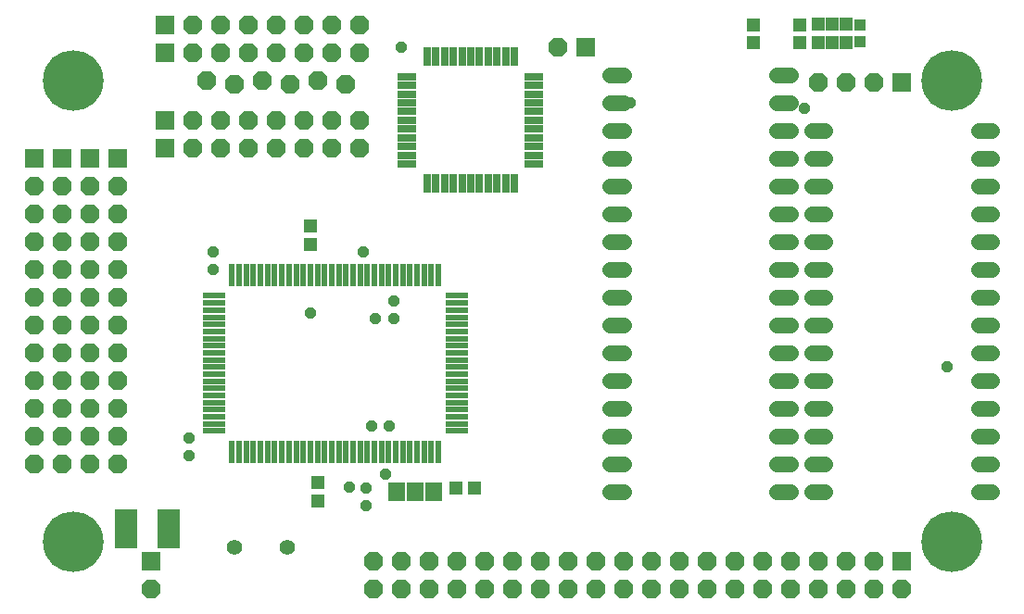
<source format=gts>
G75*
%MOIN*%
%OFA0B0*%
%FSLAX24Y24*%
%IPPOS*%
%LPD*%
%AMOC8*
5,1,8,0,0,1.08239X$1,22.5*
%
%ADD10R,0.0474X0.0513*%
%ADD11R,0.0395X0.0395*%
%ADD12R,0.0513X0.0474*%
%ADD13C,0.2180*%
%ADD14R,0.0237X0.0789*%
%ADD15R,0.0789X0.0237*%
%ADD16C,0.0560*%
%ADD17R,0.0474X0.0474*%
%ADD18R,0.0680X0.0680*%
%ADD19OC8,0.0680*%
%ADD20R,0.0671X0.0277*%
%ADD21R,0.0277X0.0671*%
%ADD22C,0.0560*%
%ADD23OC8,0.0417*%
%ADD24R,0.0828X0.1419*%
%ADD25R,0.0592X0.0671*%
D10*
X016478Y005500D03*
X017147Y005500D03*
X029500Y021540D03*
X029500Y022210D03*
D11*
X031000Y022170D03*
X031000Y021580D03*
D12*
X030500Y021540D03*
X030000Y021540D03*
X030000Y022210D03*
X030500Y022210D03*
X011250Y014960D03*
X011250Y014290D03*
X011500Y005710D03*
X011500Y005040D03*
D13*
X002697Y003572D03*
X002697Y020178D03*
X034303Y020178D03*
X034303Y003572D03*
D14*
X015836Y006811D03*
X015580Y006811D03*
X015324Y006811D03*
X015068Y006811D03*
X014812Y006811D03*
X014556Y006811D03*
X014300Y006811D03*
X014044Y006811D03*
X013788Y006811D03*
X013532Y006811D03*
X013277Y006811D03*
X013021Y006811D03*
X012765Y006811D03*
X012509Y006811D03*
X012253Y006811D03*
X011997Y006811D03*
X011741Y006811D03*
X011485Y006811D03*
X011229Y006811D03*
X010973Y006811D03*
X010718Y006811D03*
X010462Y006811D03*
X010206Y006811D03*
X009950Y006811D03*
X009694Y006811D03*
X009438Y006811D03*
X009182Y006811D03*
X008926Y006811D03*
X008670Y006811D03*
X008414Y006811D03*
X008414Y013189D03*
X008670Y013189D03*
X008926Y013189D03*
X009182Y013189D03*
X009438Y013189D03*
X009694Y013189D03*
X009950Y013189D03*
X010206Y013189D03*
X010462Y013189D03*
X010718Y013189D03*
X010973Y013189D03*
X011229Y013189D03*
X011485Y013189D03*
X011741Y013189D03*
X011997Y013189D03*
X012253Y013189D03*
X012509Y013189D03*
X012765Y013189D03*
X013021Y013189D03*
X013277Y013189D03*
X013532Y013189D03*
X013788Y013189D03*
X014044Y013189D03*
X014300Y013189D03*
X014556Y013189D03*
X014812Y013189D03*
X015068Y013189D03*
X015324Y013189D03*
X015580Y013189D03*
X015836Y013189D03*
D15*
X016495Y012431D03*
X016495Y012175D03*
X016495Y011919D03*
X016495Y011663D03*
X016495Y011407D03*
X016495Y011152D03*
X016495Y010896D03*
X016495Y010640D03*
X016495Y010384D03*
X016495Y010128D03*
X016495Y009872D03*
X016495Y009616D03*
X016495Y009360D03*
X016495Y009104D03*
X016495Y008848D03*
X016495Y008593D03*
X016495Y008337D03*
X016495Y008081D03*
X016495Y007825D03*
X016495Y007569D03*
X007755Y007569D03*
X007755Y007825D03*
X007755Y008081D03*
X007755Y008337D03*
X007755Y008593D03*
X007755Y008848D03*
X007755Y009104D03*
X007755Y009360D03*
X007755Y009616D03*
X007755Y009872D03*
X007755Y010128D03*
X007755Y010384D03*
X007755Y010640D03*
X007755Y010896D03*
X007755Y011152D03*
X007755Y011407D03*
X007755Y011663D03*
X007755Y011919D03*
X007755Y012175D03*
X007755Y012431D03*
D16*
X022010Y012375D02*
X022490Y012375D01*
X022490Y011375D02*
X022010Y011375D01*
X022010Y010375D02*
X022490Y010375D01*
X022490Y009375D02*
X022010Y009375D01*
X022010Y008375D02*
X022490Y008375D01*
X022490Y007375D02*
X022010Y007375D01*
X022010Y006375D02*
X022490Y006375D01*
X022490Y005375D02*
X022010Y005375D01*
X028010Y005375D02*
X028490Y005375D01*
X029260Y005375D02*
X029740Y005375D01*
X029740Y006375D02*
X029260Y006375D01*
X028490Y006375D02*
X028010Y006375D01*
X028010Y007375D02*
X028490Y007375D01*
X029260Y007375D02*
X029740Y007375D01*
X029740Y008375D02*
X029260Y008375D01*
X028490Y008375D02*
X028010Y008375D01*
X028010Y009375D02*
X028490Y009375D01*
X029260Y009375D02*
X029740Y009375D01*
X029740Y010375D02*
X029260Y010375D01*
X028490Y010375D02*
X028010Y010375D01*
X028010Y011375D02*
X028490Y011375D01*
X029260Y011375D02*
X029740Y011375D01*
X029740Y012375D02*
X029260Y012375D01*
X028490Y012375D02*
X028010Y012375D01*
X028010Y013375D02*
X028490Y013375D01*
X029260Y013375D02*
X029740Y013375D01*
X029740Y014375D02*
X029260Y014375D01*
X028490Y014375D02*
X028010Y014375D01*
X028010Y015375D02*
X028490Y015375D01*
X029260Y015375D02*
X029740Y015375D01*
X029740Y016375D02*
X029260Y016375D01*
X028490Y016375D02*
X028010Y016375D01*
X028010Y017375D02*
X028490Y017375D01*
X029260Y017375D02*
X029740Y017375D01*
X029740Y018375D02*
X029260Y018375D01*
X028490Y018375D02*
X028010Y018375D01*
X028010Y019375D02*
X028490Y019375D01*
X028490Y020375D02*
X028010Y020375D01*
X022490Y020375D02*
X022010Y020375D01*
X022010Y019375D02*
X022490Y019375D01*
X022490Y018375D02*
X022010Y018375D01*
X022010Y017375D02*
X022490Y017375D01*
X022490Y016375D02*
X022010Y016375D01*
X022010Y015375D02*
X022490Y015375D01*
X022490Y014375D02*
X022010Y014375D01*
X022010Y013375D02*
X022490Y013375D01*
X035260Y013375D02*
X035740Y013375D01*
X035740Y012375D02*
X035260Y012375D01*
X035260Y011375D02*
X035740Y011375D01*
X035740Y010375D02*
X035260Y010375D01*
X035260Y009375D02*
X035740Y009375D01*
X035740Y008375D02*
X035260Y008375D01*
X035260Y007375D02*
X035740Y007375D01*
X035740Y006375D02*
X035260Y006375D01*
X035260Y005375D02*
X035740Y005375D01*
X035740Y014375D02*
X035260Y014375D01*
X035260Y015375D02*
X035740Y015375D01*
X035740Y016375D02*
X035260Y016375D01*
X035260Y017375D02*
X035740Y017375D01*
X035740Y018375D02*
X035260Y018375D01*
D17*
X028827Y021560D03*
X028827Y022190D03*
X027173Y022190D03*
X027173Y021560D03*
D18*
X032500Y020125D03*
X021125Y021375D03*
X006000Y021188D03*
X006000Y022188D03*
X006000Y018750D03*
X006000Y017750D03*
X004313Y017375D03*
X003313Y017375D03*
X002313Y017375D03*
X001313Y017375D03*
X005500Y002875D03*
X032500Y002875D03*
D19*
X005500Y001875D03*
X004313Y006375D03*
X003313Y006375D03*
X002313Y006375D03*
X001313Y006375D03*
X001313Y007375D03*
X002313Y007375D03*
X003313Y007375D03*
X004313Y007375D03*
X004313Y008375D03*
X003313Y008375D03*
X002313Y008375D03*
X001313Y008375D03*
X001313Y009375D03*
X002313Y009375D03*
X003313Y009375D03*
X004313Y009375D03*
X004313Y010375D03*
X003313Y010375D03*
X002313Y010375D03*
X001313Y010375D03*
X001313Y011375D03*
X002313Y011375D03*
X003313Y011375D03*
X004313Y011375D03*
X004313Y012375D03*
X003313Y012375D03*
X002313Y012375D03*
X001313Y012375D03*
X001313Y013375D03*
X002313Y013375D03*
X003313Y013375D03*
X004313Y013375D03*
X004313Y014375D03*
X003313Y014375D03*
X002313Y014375D03*
X001313Y014375D03*
X001313Y015375D03*
X002313Y015375D03*
X003313Y015375D03*
X004313Y015375D03*
X004313Y016375D03*
X003313Y016375D03*
X002313Y016375D03*
X001313Y016375D03*
X007000Y017750D03*
X008000Y017750D03*
X009000Y017750D03*
X010000Y017750D03*
X011000Y017750D03*
X012000Y017750D03*
X013000Y017750D03*
X013000Y018750D03*
X012000Y018750D03*
X011000Y018750D03*
X010000Y018750D03*
X009000Y018750D03*
X008000Y018750D03*
X007000Y018750D03*
X007500Y020188D03*
X008500Y020063D03*
X009500Y020188D03*
X010500Y020063D03*
X011500Y020188D03*
X012500Y020063D03*
X012000Y021188D03*
X011000Y021188D03*
X010000Y021188D03*
X009000Y021188D03*
X008000Y021188D03*
X007000Y021188D03*
X007000Y022188D03*
X008000Y022188D03*
X009000Y022188D03*
X010000Y022188D03*
X011000Y022188D03*
X012000Y022188D03*
X013000Y022188D03*
X013000Y021188D03*
X020125Y021375D03*
X029500Y020125D03*
X030500Y020125D03*
X031500Y020125D03*
X031500Y002875D03*
X030500Y002875D03*
X029500Y002875D03*
X028500Y002875D03*
X027500Y002875D03*
X026500Y002875D03*
X025500Y002875D03*
X024500Y002875D03*
X023500Y002875D03*
X022500Y002875D03*
X021500Y002875D03*
X020500Y002875D03*
X019500Y002875D03*
X018500Y002875D03*
X017500Y002875D03*
X016500Y002875D03*
X015500Y002875D03*
X014500Y002875D03*
X013500Y002875D03*
X013500Y001875D03*
X014500Y001875D03*
X015500Y001875D03*
X016500Y001875D03*
X017500Y001875D03*
X018500Y001875D03*
X019500Y001875D03*
X020500Y001875D03*
X021500Y001875D03*
X022500Y001875D03*
X023500Y001875D03*
X024500Y001875D03*
X025500Y001875D03*
X026500Y001875D03*
X027500Y001875D03*
X028500Y001875D03*
X029500Y001875D03*
X030500Y001875D03*
X031500Y001875D03*
X032500Y001875D03*
D20*
X019283Y017175D03*
X019283Y017490D03*
X019283Y017805D03*
X019283Y018120D03*
X019283Y018435D03*
X019283Y018750D03*
X019283Y019065D03*
X019283Y019380D03*
X019283Y019695D03*
X019283Y020010D03*
X019283Y020325D03*
X014717Y020325D03*
X014717Y020010D03*
X014717Y019695D03*
X014717Y019380D03*
X014717Y019065D03*
X014717Y018750D03*
X014717Y018435D03*
X014717Y018120D03*
X014717Y017805D03*
X014717Y017490D03*
X014717Y017175D03*
D21*
X015425Y016467D03*
X015740Y016467D03*
X016055Y016467D03*
X016370Y016467D03*
X016685Y016467D03*
X017000Y016467D03*
X017315Y016467D03*
X017630Y016467D03*
X017945Y016467D03*
X018260Y016467D03*
X018575Y016467D03*
X018575Y021033D03*
X018260Y021033D03*
X017945Y021033D03*
X017630Y021033D03*
X017315Y021033D03*
X017000Y021033D03*
X016685Y021033D03*
X016370Y021033D03*
X016055Y021033D03*
X015740Y021033D03*
X015425Y021033D03*
D22*
X010388Y003375D03*
X008488Y003375D03*
D23*
X012625Y005563D03*
X013250Y005500D03*
X013938Y006000D03*
X013250Y004875D03*
X013438Y007750D03*
X014063Y007750D03*
X014250Y011625D03*
X013563Y011625D03*
X014250Y012250D03*
X013125Y014000D03*
X011250Y011813D03*
X007750Y013375D03*
X007750Y014000D03*
X006875Y007313D03*
X006875Y006688D03*
X022750Y019375D03*
X029000Y019188D03*
X034125Y009875D03*
X014500Y021375D03*
D24*
X006143Y004063D03*
X004607Y004063D03*
D25*
X014331Y005375D03*
X015000Y005375D03*
X015669Y005375D03*
M02*

</source>
